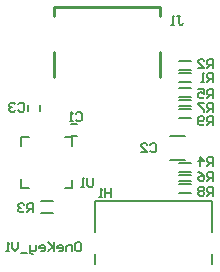
<source format=gbo>
G04*
G04 #@! TF.GenerationSoftware,Altium Limited,Altium Designer,20.0.14 (345)*
G04*
G04 Layer_Color=32896*
%FSLAX25Y25*%
%MOIN*%
G70*
G01*
G75*
%ADD10C,0.00600*%
%ADD12C,0.00787*%
%ADD13C,0.00800*%
%ADD46C,0.01000*%
D10*
X-28500Y3500D02*
X-26000D01*
X-28500Y653D02*
Y3500D01*
Y-13347D02*
Y-10500D01*
X-11500Y-13500D02*
Y-10653D01*
X-14000Y-13500D02*
X-11500D01*
X-28500D02*
X-26000D01*
X-11500Y653D02*
Y3500D01*
X-14000D02*
X-11500D01*
X24000Y-8000D02*
X28000D01*
X24000Y-12000D02*
X28000D01*
X24000Y-11000D02*
X28000D01*
X24000Y-15000D02*
X28000D01*
X24000Y-5000D02*
X28000D01*
X24000Y-9000D02*
X28000D01*
X20991Y-4000D02*
X25991D01*
X20991Y4000D02*
X25991D01*
X24000Y13000D02*
X28000D01*
X24000Y17000D02*
X28000D01*
X24000Y10000D02*
X28000D01*
X24000Y14000D02*
X28000D01*
X24000Y16000D02*
X28000D01*
X24000Y20000D02*
X28000D01*
X24000Y29100D02*
X28000D01*
X24000Y25100D02*
X28000D01*
X24000Y26100D02*
X28000D01*
X24000Y22100D02*
X28000D01*
X-22200Y12400D02*
Y14400D01*
X-26200Y12400D02*
Y14400D01*
X-12000Y8000D02*
X-10000D01*
X-12000Y4000D02*
X-10000D01*
X-22000Y-21680D02*
X-18000D01*
X-22000Y-17680D02*
X-18000D01*
X-10099Y-31401D02*
X-9100D01*
X-8600Y-31901D01*
Y-33900D01*
X-9100Y-34400D01*
X-10099D01*
X-10599Y-33900D01*
Y-31901D01*
X-10099Y-31401D01*
X-11599Y-34400D02*
Y-32401D01*
X-13099D01*
X-13598Y-32901D01*
Y-34400D01*
X-16098D02*
X-15098D01*
X-14598Y-33900D01*
Y-32901D01*
X-15098Y-32401D01*
X-16098D01*
X-16597Y-32901D01*
Y-33401D01*
X-14598D01*
X-17597Y-31401D02*
Y-34400D01*
Y-33401D01*
X-19596Y-31401D01*
X-18097Y-32901D01*
X-19596Y-34400D01*
X-22096D02*
X-21096D01*
X-20596Y-33900D01*
Y-32901D01*
X-21096Y-32401D01*
X-22096D01*
X-22595Y-32901D01*
Y-33401D01*
X-20596D01*
X-23595Y-32401D02*
Y-33900D01*
X-24095Y-34400D01*
X-25594D01*
Y-34900D01*
X-25095Y-35400D01*
X-24595D01*
X-25594Y-34400D02*
Y-32401D01*
X-26594Y-34900D02*
X-28594D01*
X-29593Y-31401D02*
Y-33401D01*
X-30593Y-34400D01*
X-31593Y-33401D01*
Y-31401D01*
X-32592Y-34400D02*
X-33592D01*
X-33092D01*
Y-31401D01*
X-32592Y-31901D01*
D12*
X-4088Y-38804D02*
Y-35261D01*
Y-27977D02*
Y-17741D01*
X34888D01*
Y-38804D02*
Y-35261D01*
Y-27977D02*
Y-17741D01*
D13*
X-4501Y-10001D02*
Y-12500D01*
X-5001Y-13000D01*
X-6000D01*
X-6500Y-12500D01*
Y-10001D01*
X-7500Y-13000D02*
X-8499D01*
X-7999D01*
Y-10001D01*
X-7500Y-10500D01*
X35499Y7501D02*
Y10499D01*
X34000D01*
X33500Y10000D01*
Y9000D01*
X34000Y8500D01*
X35499D01*
X34499D02*
X33500Y7501D01*
X32500Y8000D02*
X32000Y7501D01*
X31001D01*
X30501Y8000D01*
Y10000D01*
X31001Y10499D01*
X32000D01*
X32500Y10000D01*
Y9500D01*
X32000Y9000D01*
X30501D01*
X35499Y-16000D02*
Y-13001D01*
X34000D01*
X33500Y-13500D01*
Y-14500D01*
X34000Y-15000D01*
X35499D01*
X34499D02*
X33500Y-16000D01*
X32500Y-13500D02*
X32000Y-13001D01*
X31001D01*
X30501Y-13500D01*
Y-14000D01*
X31001Y-14500D01*
X30501Y-15000D01*
Y-15500D01*
X31001Y-16000D01*
X32000D01*
X32500Y-15500D01*
Y-15000D01*
X32000Y-14500D01*
X32500Y-14000D01*
Y-13500D01*
X32000Y-14500D02*
X31001D01*
X35499Y12000D02*
Y14999D01*
X34000D01*
X33500Y14500D01*
Y13500D01*
X34000Y13000D01*
X35499D01*
X34499D02*
X33500Y12000D01*
X32500Y14999D02*
X30501D01*
Y14500D01*
X32500Y12500D01*
Y12000D01*
X35499Y-11000D02*
Y-8000D01*
X34000D01*
X33500Y-8500D01*
Y-9500D01*
X34000Y-10000D01*
X35499D01*
X34499D02*
X33500Y-11000D01*
X30501Y-8000D02*
X31501Y-8500D01*
X32500Y-9500D01*
Y-10500D01*
X32000Y-11000D01*
X31001D01*
X30501Y-10500D01*
Y-10000D01*
X31001Y-9500D01*
X32500D01*
X35499Y16500D02*
Y19500D01*
X34000D01*
X33500Y19000D01*
Y18000D01*
X34000Y17500D01*
X35499D01*
X34499D02*
X33500Y16500D01*
X30501Y19500D02*
X32500D01*
Y18000D01*
X31501Y18500D01*
X31001D01*
X30501Y18000D01*
Y17000D01*
X31001Y16500D01*
X32000D01*
X32500Y17000D01*
X35499Y-5999D02*
Y-3001D01*
X34000D01*
X33500Y-3500D01*
Y-4500D01*
X34000Y-5000D01*
X35499D01*
X34499D02*
X33500Y-5999D01*
X31001D02*
Y-3001D01*
X32500Y-4500D01*
X30501D01*
X-24501Y-21499D02*
Y-18500D01*
X-26000D01*
X-26500Y-19000D01*
Y-20000D01*
X-26000Y-20500D01*
X-24501D01*
X-25501D02*
X-26500Y-21499D01*
X-27500Y-19000D02*
X-28000Y-18500D01*
X-28999D01*
X-29499Y-19000D01*
Y-19500D01*
X-28999Y-20000D01*
X-28499D01*
X-28999D01*
X-29499Y-20500D01*
Y-21000D01*
X-28999Y-21499D01*
X-28000D01*
X-27500Y-21000D01*
X35499Y26601D02*
Y29599D01*
X34000D01*
X33500Y29100D01*
Y28100D01*
X34000Y27600D01*
X35499D01*
X34499D02*
X33500Y26601D01*
X30501D02*
X32500D01*
X30501Y28600D01*
Y29100D01*
X31001Y29599D01*
X32000D01*
X32500Y29100D01*
X35499Y22100D02*
Y25100D01*
X34000D01*
X33500Y24600D01*
Y23600D01*
X34000Y23100D01*
X35499D01*
X34500D02*
X33500Y22100D01*
X32500D02*
X31501D01*
X32000D01*
Y25100D01*
X32500Y24600D01*
X23500Y43999D02*
X24500D01*
X24000D01*
Y41500D01*
X24500Y41001D01*
X24999D01*
X25499Y41500D01*
X22500Y41001D02*
X21501D01*
X22001D01*
Y43999D01*
X22500Y43500D01*
X1499Y-13500D02*
Y-16499D01*
Y-15000D01*
X-500D01*
Y-13500D01*
Y-16499D01*
X-1500D02*
X-2499D01*
X-2000D01*
Y-13500D01*
X-1500Y-14000D01*
X-29500Y14500D02*
X-29000Y14999D01*
X-28001D01*
X-27501Y14500D01*
Y12500D01*
X-28001Y12000D01*
X-29000D01*
X-29500Y12500D01*
X-30500Y14500D02*
X-31000Y14999D01*
X-31999D01*
X-32499Y14500D01*
Y14000D01*
X-31999Y13500D01*
X-31499D01*
X-31999D01*
X-32499Y13000D01*
Y12500D01*
X-31999Y12000D01*
X-31000D01*
X-30500Y12500D01*
X14500Y1000D02*
X15000Y1500D01*
X15999D01*
X16499Y1000D01*
Y-1000D01*
X15999Y-1500D01*
X15000D01*
X14500Y-1000D01*
X11501Y-1500D02*
X13500D01*
X11501Y500D01*
Y1000D01*
X12001Y1500D01*
X13000D01*
X13500Y1000D01*
X-10325Y11325D02*
X-9825Y11824D01*
X-8826D01*
X-8326Y11325D01*
Y9325D01*
X-8826Y8826D01*
X-9825D01*
X-10325Y9325D01*
X-11325Y8826D02*
X-12324D01*
X-11824D01*
Y11824D01*
X-11325Y11325D01*
D46*
X-17717Y23622D02*
Y31890D01*
Y44094D02*
Y46850D01*
X17717D01*
Y44094D02*
Y46850D01*
Y23622D02*
Y31890D01*
M02*

</source>
